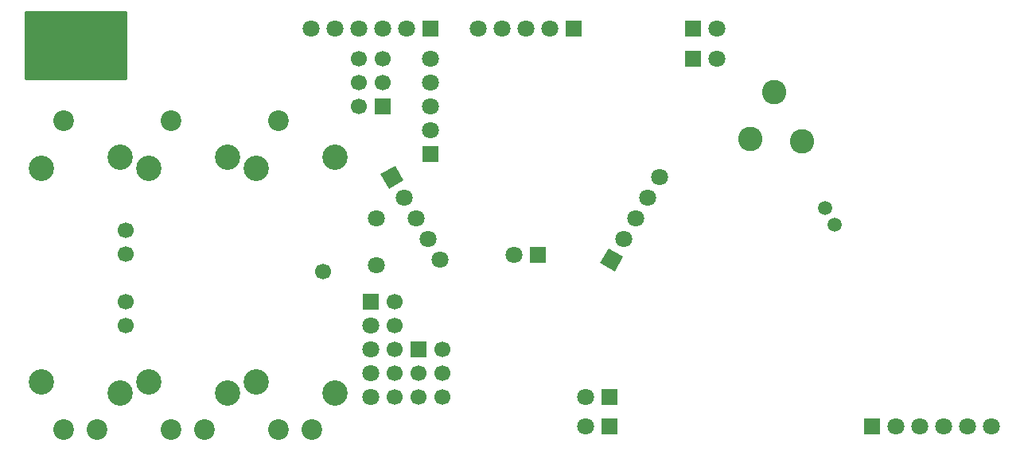
<source format=gbs>
%FSLAX34Y34*%
G04 Gerber Fmt 3.4, Leading zero omitted, Abs format*
G04 (created by PCBNEW (2014-03-19 BZR 4756)-product) date Mon 16 Jun 2014 02:55:52 PM CDT*
%MOIN*%
G01*
G70*
G90*
G04 APERTURE LIST*
%ADD10C,0.006000*%
%ADD11R,0.070866X0.070866*%
%ADD12C,0.070866*%
%ADD13R,0.066929X0.066929*%
%ADD14C,0.066929*%
%ADD15C,0.102362*%
%ADD16C,0.086614*%
%ADD17C,0.106299*%
%ADD18C,0.059055*%
%ADD19C,0.010000*%
G04 APERTURE END LIST*
G54D10*
G54D11*
X82500Y-54250D03*
G54D12*
X83500Y-54250D03*
X84500Y-54250D03*
X86500Y-54250D03*
X87500Y-54250D03*
X85500Y-54250D03*
G54D11*
X61500Y-49000D03*
G54D12*
X61500Y-50000D03*
X61500Y-51000D03*
X61500Y-53000D03*
X61500Y-52000D03*
G54D11*
X71500Y-53000D03*
G54D12*
X70500Y-53000D03*
G54D11*
X71500Y-54250D03*
G54D12*
X70500Y-54250D03*
G54D13*
X63500Y-51000D03*
G54D14*
X64500Y-51000D03*
X63500Y-52000D03*
X64500Y-52000D03*
X63500Y-53000D03*
X64500Y-53000D03*
X51250Y-46000D03*
X51250Y-47000D03*
X59500Y-47750D03*
X51250Y-49000D03*
X51250Y-50000D03*
X62500Y-49000D03*
X62500Y-50000D03*
X62500Y-51000D03*
X62500Y-52000D03*
X62500Y-53000D03*
G54D15*
X79590Y-42272D03*
X78409Y-40227D03*
X77397Y-42175D03*
G54D16*
X53161Y-54396D03*
X54538Y-54396D03*
X53161Y-41403D03*
G54D17*
X52196Y-52388D03*
X52196Y-43411D03*
X55503Y-52860D03*
X55503Y-42939D03*
G54D16*
X57661Y-54396D03*
X59038Y-54396D03*
X57661Y-41403D03*
G54D17*
X56696Y-52388D03*
X56696Y-43411D03*
X60003Y-52860D03*
X60003Y-42939D03*
G54D16*
X48661Y-54396D03*
X50038Y-54396D03*
X48661Y-41403D03*
G54D17*
X47696Y-52388D03*
X47696Y-43411D03*
X51003Y-52860D03*
X51003Y-42939D03*
G54D18*
X80553Y-45092D03*
X80946Y-45774D03*
G54D12*
X61750Y-45515D03*
X61750Y-47484D03*
G54D11*
X75000Y-38800D03*
G54D12*
X76000Y-38800D03*
G54D13*
X62000Y-40800D03*
G54D14*
X61000Y-40800D03*
X62000Y-39800D03*
X61000Y-39800D03*
X62000Y-38800D03*
X61000Y-38800D03*
G54D11*
X64000Y-37550D03*
G54D12*
X63000Y-37550D03*
X62000Y-37550D03*
X60000Y-37550D03*
X59000Y-37550D03*
X61000Y-37550D03*
G54D11*
X70000Y-37550D03*
G54D12*
X69000Y-37550D03*
X68000Y-37550D03*
X66000Y-37550D03*
X67000Y-37550D03*
G54D10*
G36*
X71729Y-47736D02*
X71115Y-47381D01*
X71470Y-46768D01*
X72084Y-47122D01*
X71729Y-47736D01*
X71729Y-47736D01*
G37*
G54D12*
X72100Y-46386D03*
X72600Y-45520D03*
X73600Y-43787D03*
X73100Y-44653D03*
G54D10*
G36*
X61915Y-43658D02*
X62529Y-43303D01*
X62884Y-43917D01*
X62270Y-44271D01*
X61915Y-43658D01*
X61915Y-43658D01*
G37*
G54D12*
X62900Y-44653D03*
X63400Y-45520D03*
X64400Y-47252D03*
X63900Y-46386D03*
G54D11*
X64000Y-42800D03*
G54D12*
X64000Y-41800D03*
X64000Y-40800D03*
X64000Y-38800D03*
X64000Y-39800D03*
G54D11*
X68500Y-47050D03*
G54D12*
X67500Y-47050D03*
G54D11*
X75000Y-37550D03*
G54D12*
X76000Y-37550D03*
G54D10*
G36*
X51250Y-39650D02*
X47050Y-39650D01*
X47050Y-36850D01*
X51250Y-36850D01*
X51250Y-39650D01*
X51250Y-39650D01*
G37*
G54D19*
X51250Y-39650D02*
X47050Y-39650D01*
X47050Y-36850D01*
X51250Y-36850D01*
X51250Y-39650D01*
M02*

</source>
